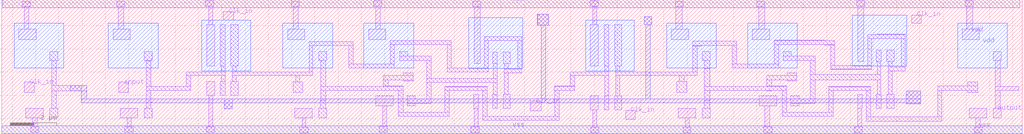
<source format=lef>
VERSION 5.7 ;
  NOWIREEXTENSIONATPIN ON ;
  DIVIDERCHAR "/" ;
  BUSBITCHARS "[]" ;
MACRO D_FlipFlop_PosEdge
  CLASS BLOCK ;
  FOREIGN D_FlipFlop_PosEdge ;
  ORIGIN 9.450 1.650 ;
  SIZE 43.860 BY 5.780 ;
  PIN vdd
    ANTENNADIFFAREA 15.669000 ;
    PORT
      LAYER nwell ;
        RECT 27.100 3.450 28.270 3.460 ;
        RECT -8.920 1.180 -6.780 3.120 ;
        RECT -4.870 1.180 -2.730 3.120 ;
        RECT -0.850 1.060 1.240 3.240 ;
        RECT 2.630 1.180 4.770 3.120 ;
        RECT 6.110 1.180 8.250 3.120 ;
        RECT 10.610 1.170 12.940 3.350 ;
        RECT 15.640 1.060 17.730 3.240 ;
        RECT 19.120 1.180 21.260 3.120 ;
        RECT 22.600 1.180 24.740 3.120 ;
        RECT 27.100 1.270 29.430 3.450 ;
        RECT 31.620 1.180 33.760 3.120 ;
      LAYER li1 ;
        RECT -8.570 3.830 -8.220 4.070 ;
        RECT -4.520 3.830 -4.170 4.070 ;
        RECT -0.700 3.850 -0.350 4.090 ;
        RECT -8.490 2.850 -8.300 3.830 ;
        RECT -4.450 2.850 -4.210 3.830 ;
        RECT -0.550 3.060 -0.380 3.850 ;
        RECT 2.990 3.820 3.340 4.060 ;
        RECT 6.530 3.840 6.880 4.080 ;
        RECT -8.720 2.400 -7.980 2.850 ;
        RECT -4.670 2.400 -3.930 2.850 ;
        RECT -0.650 1.260 -0.300 3.060 ;
        RECT 3.080 2.850 3.290 3.820 ;
        RECT 6.620 2.850 6.820 3.840 ;
        RECT 10.790 3.830 11.140 4.070 ;
        RECT 15.830 3.850 16.180 4.090 ;
        RECT 2.830 2.400 3.570 2.850 ;
        RECT 6.310 2.400 7.050 2.850 ;
        RECT 10.850 1.370 11.100 3.830 ;
        RECT 15.940 3.820 16.120 3.850 ;
        RECT 19.480 3.830 19.830 4.070 ;
        RECT 22.990 3.830 23.340 4.070 ;
        RECT 27.280 3.850 27.630 4.090 ;
        RECT 15.940 3.060 16.110 3.820 ;
        RECT 15.840 1.260 16.190 3.060 ;
        RECT 19.520 2.850 19.780 3.830 ;
        RECT 23.080 2.850 23.330 3.830 ;
        RECT 19.320 2.400 20.060 2.850 ;
        RECT 22.800 2.400 23.540 2.850 ;
        RECT 27.340 1.470 27.590 3.850 ;
        RECT 31.950 3.840 32.300 4.080 ;
        RECT 32.020 2.850 32.280 3.840 ;
        RECT 31.820 2.400 32.560 2.850 ;
      LAYER met1 ;
        RECT -9.420 3.780 34.290 4.130 ;
    END
  END vdd
  PIN input
    ANTENNAGATEAREA 0.265500 ;
    PORT
      LAYER li1 ;
        RECT -4.430 0.120 -4.010 0.590 ;
    END
  END input
  PIN output
    ANTENNADIFFAREA 0.708000 ;
    PORT
      LAYER li1 ;
        RECT 33.150 1.500 33.500 1.900 ;
        RECT 33.240 0.390 33.450 1.500 ;
        RECT 33.240 0.210 34.260 0.390 ;
        RECT 33.240 -0.550 33.450 0.210 ;
        RECT 33.150 -0.970 33.500 -0.550 ;
    END
  END output
  PIN Clk_in
    ANTENNAGATEAREA 0.265500 ;
    PORT
      LAYER li1 ;
        RECT -8.480 0.120 -8.060 0.590 ;
    END
    PORT
      LAYER li1 ;
        RECT 0.060 3.240 0.520 3.610 ;
    END
    PORT
      LAYER li1 ;
        RECT 13.260 -0.660 13.730 -0.240 ;
    END
    PORT
      LAYER li1 ;
        RECT 17.360 -1.030 17.760 -0.650 ;
    END
    PORT
      LAYER li1 ;
        RECT 29.650 3.120 30.050 3.450 ;
    END
  END Clk_in
  PIN vss
    ANTENNADIFFAREA 4.012200 ;
    PORT
      LAYER li1 ;
        RECT -0.650 0.010 -0.300 0.610 ;
        RECT -8.420 -0.970 -7.670 -0.550 ;
        RECT -4.370 -0.970 -3.620 -0.550 ;
        RECT -8.150 -1.360 -7.920 -0.970 ;
        RECT -4.070 -1.360 -3.890 -0.970 ;
        RECT -0.550 -1.360 -0.380 0.010 ;
        RECT 6.610 -0.450 7.360 -0.030 ;
        RECT 3.130 -0.970 3.880 -0.550 ;
        RECT -8.210 -1.600 -7.860 -1.360 ;
        RECT -4.160 -1.600 -3.810 -1.360 ;
        RECT -0.660 -1.600 -0.310 -1.360 ;
        RECT 3.450 -1.370 3.620 -0.970 ;
        RECT 6.910 -1.340 7.080 -0.450 ;
        RECT 10.840 -0.550 11.040 0.050 ;
        RECT 3.360 -1.610 3.710 -1.370 ;
        RECT 6.770 -1.580 7.120 -1.340 ;
        RECT 10.850 -1.350 11.020 -0.550 ;
        RECT 15.840 -0.620 16.190 -0.020 ;
        RECT 23.100 -0.450 23.850 -0.030 ;
        RECT 10.690 -1.620 11.060 -1.350 ;
        RECT 15.940 -1.370 16.110 -0.620 ;
        RECT 19.620 -0.970 20.370 -0.550 ;
        RECT 19.920 -1.370 20.100 -0.970 ;
        RECT 23.330 -1.350 23.560 -0.450 ;
        RECT 27.330 -0.550 27.530 0.050 ;
        RECT 27.340 -1.350 27.510 -0.550 ;
        RECT 32.120 -0.970 32.870 -0.550 ;
        RECT 15.850 -1.610 16.200 -1.370 ;
        RECT 19.830 -1.610 20.160 -1.370 ;
        RECT 23.300 -1.620 23.650 -1.350 ;
        RECT 27.180 -1.620 27.530 -1.350 ;
        RECT 32.410 -1.380 32.600 -0.970 ;
        RECT 32.330 -1.620 32.680 -1.380 ;
      LAYER met1 ;
        RECT -9.450 -1.650 34.410 -1.310 ;
    END
  END vss
  OBS
      LAYER li1 ;
        RECT -7.390 1.500 -7.040 1.900 ;
        RECT -3.340 1.500 -2.990 1.900 ;
        RECT -7.300 0.440 -7.120 1.500 ;
        RECT -3.240 1.490 -3.020 1.500 ;
        RECT -7.300 0.190 -6.040 0.440 ;
        RECT -3.240 0.390 -3.060 1.490 ;
        RECT -0.060 1.260 0.150 3.060 ;
        RECT 0.390 1.260 0.700 3.060 ;
        RECT 13.570 3.030 14.060 3.510 ;
        RECT 11.690 2.530 12.890 2.540 ;
        RECT 3.750 2.140 5.650 2.310 ;
        RECT -0.030 1.020 0.140 1.260 ;
        RECT -1.520 0.850 0.140 1.020 ;
        RECT -1.520 0.390 -1.330 0.850 ;
        RECT -0.030 0.610 0.140 0.850 ;
        RECT 0.450 1.020 0.620 1.260 ;
        RECT 3.750 1.020 3.920 2.140 ;
        RECT 4.160 1.500 4.510 1.900 ;
        RECT 0.450 0.850 3.920 1.020 ;
        RECT 0.450 0.610 0.620 0.850 ;
        RECT -3.240 0.210 -1.330 0.390 ;
        RECT -7.300 -0.550 -7.120 0.190 ;
        RECT -3.240 -0.550 -3.060 0.210 ;
        RECT -0.060 0.010 0.150 0.610 ;
        RECT 0.390 0.010 0.700 0.610 ;
        RECT 3.190 0.590 3.360 0.850 ;
        RECT 3.070 0.120 3.490 0.590 ;
        RECT 4.250 0.390 4.480 1.500 ;
        RECT 5.450 1.360 5.650 2.140 ;
        RECT 7.250 2.200 9.860 2.370 ;
        RECT 7.250 1.360 7.420 2.200 ;
        RECT 7.640 1.700 7.990 1.900 ;
        RECT 7.640 1.500 9.010 1.700 ;
        RECT 5.450 1.180 7.420 1.360 ;
        RECT 7.810 0.870 8.230 0.970 ;
        RECT 6.940 0.660 8.230 0.870 ;
        RECT 6.940 0.400 7.150 0.660 ;
        RECT 7.810 0.620 8.230 0.660 ;
        RECT 8.800 0.730 9.010 1.500 ;
        RECT 9.680 1.190 9.860 2.200 ;
        RECT 11.280 2.360 12.890 2.530 ;
        RECT 11.280 1.190 11.450 2.360 ;
        RECT 11.640 1.370 11.850 1.860 ;
        RECT 12.090 1.370 12.400 1.860 ;
        RECT 9.680 1.020 11.450 1.190 ;
        RECT 11.670 0.730 11.840 1.370 ;
        RECT 8.800 0.560 11.840 0.730 ;
        RECT 6.940 0.390 7.800 0.400 ;
        RECT 4.250 0.210 7.800 0.390 ;
        RECT -7.390 -0.970 -7.040 -0.550 ;
        RECT -3.340 -0.970 -2.990 -0.550 ;
        RECT 0.100 -0.580 0.450 -0.160 ;
        RECT 4.250 -0.210 4.480 0.210 ;
        RECT 4.240 -0.550 4.480 -0.210 ;
        RECT 4.160 -0.970 4.510 -0.550 ;
        RECT 7.590 -0.730 7.800 0.210 ;
        RECT 7.970 -0.150 8.320 -0.030 ;
        RECT 8.800 -0.150 9.010 0.560 ;
        RECT 9.600 0.360 11.400 0.390 ;
        RECT 7.970 -0.350 9.010 -0.150 ;
        RECT 9.590 0.220 11.400 0.360 ;
        RECT 7.970 -0.450 8.320 -0.350 ;
        RECT 9.590 -0.730 9.780 0.220 ;
        RECT 7.590 -0.910 9.780 -0.730 ;
        RECT 11.210 -0.910 11.400 0.220 ;
        RECT 11.670 0.050 11.840 0.560 ;
        RECT 12.150 1.130 12.320 1.370 ;
        RECT 12.720 1.130 12.890 2.360 ;
        RECT 16.430 1.260 16.640 3.060 ;
        RECT 16.880 1.260 17.190 3.060 ;
        RECT 18.150 3.050 18.480 3.390 ;
        RECT 28.180 2.630 29.380 2.640 ;
        RECT 27.770 2.460 29.380 2.630 ;
        RECT 23.740 2.370 25.910 2.380 ;
        RECT 21.940 2.340 22.140 2.350 ;
        RECT 20.240 2.140 22.140 2.340 ;
        RECT 20.240 2.130 20.630 2.140 ;
        RECT 12.150 0.960 12.890 1.130 ;
        RECT 16.460 1.020 16.630 1.260 ;
        RECT 12.150 0.050 12.320 0.960 ;
        RECT 14.970 0.850 16.630 1.020 ;
        RECT 14.970 0.410 15.160 0.850 ;
        RECT 14.310 0.390 15.160 0.410 ;
        RECT 14.290 0.210 15.160 0.390 ;
        RECT 11.640 -0.550 11.850 0.050 ;
        RECT 12.090 -0.550 12.400 0.050 ;
        RECT 14.300 -0.910 14.510 0.210 ;
        RECT 16.460 -0.020 16.630 0.850 ;
        RECT 16.940 1.020 17.110 1.260 ;
        RECT 20.240 1.020 20.440 2.130 ;
        RECT 20.650 1.500 21.000 1.900 ;
        RECT 20.730 1.170 20.970 1.500 ;
        RECT 21.940 1.360 22.140 2.140 ;
        RECT 23.740 2.200 26.350 2.370 ;
        RECT 23.740 1.360 23.940 2.200 ;
        RECT 25.910 2.180 26.350 2.200 ;
        RECT 24.130 1.700 24.480 1.900 ;
        RECT 24.130 1.500 25.500 1.700 ;
        RECT 21.940 1.180 23.940 1.360 ;
        RECT 16.940 0.850 20.440 1.020 ;
        RECT 16.940 -0.020 17.110 0.850 ;
        RECT 19.660 0.600 19.870 0.850 ;
        RECT 19.560 0.120 19.980 0.600 ;
        RECT 20.740 0.390 20.970 1.170 ;
        RECT 24.300 0.870 24.720 0.970 ;
        RECT 23.430 0.660 24.720 0.870 ;
        RECT 23.430 0.400 23.640 0.660 ;
        RECT 24.300 0.620 24.720 0.660 ;
        RECT 25.290 0.910 25.500 1.500 ;
        RECT 26.170 1.290 26.350 2.180 ;
        RECT 27.770 1.290 27.940 2.460 ;
        RECT 28.130 1.470 28.340 1.960 ;
        RECT 28.580 1.470 28.890 1.960 ;
        RECT 26.170 1.130 27.940 1.290 ;
        RECT 26.180 1.120 27.940 1.130 ;
        RECT 28.160 0.910 28.330 1.470 ;
        RECT 25.290 0.660 28.330 0.910 ;
        RECT 23.430 0.390 24.290 0.400 ;
        RECT 20.740 0.210 24.290 0.390 ;
        RECT 16.430 -0.620 16.640 -0.020 ;
        RECT 16.880 -0.620 17.190 -0.020 ;
        RECT 20.740 -0.210 20.970 0.210 ;
        RECT 23.430 0.190 23.640 0.210 ;
        RECT 20.730 -0.550 20.970 -0.210 ;
        RECT 11.210 -1.080 14.510 -0.910 ;
        RECT 20.650 -0.970 21.000 -0.550 ;
        RECT 24.080 -0.730 24.290 0.210 ;
        RECT 24.460 -0.150 24.810 -0.030 ;
        RECT 25.290 -0.150 25.500 0.660 ;
        RECT 26.090 0.360 27.890 0.390 ;
        RECT 24.460 -0.350 25.500 -0.150 ;
        RECT 26.080 0.220 27.890 0.360 ;
        RECT 24.460 -0.450 24.810 -0.350 ;
        RECT 26.080 -0.730 26.270 0.220 ;
        RECT 24.080 -0.910 26.270 -0.730 ;
        RECT 27.700 -0.920 27.890 0.220 ;
        RECT 28.160 0.050 28.330 0.660 ;
        RECT 28.640 1.230 28.810 1.470 ;
        RECT 29.210 1.230 29.380 2.460 ;
        RECT 28.640 1.060 29.380 1.230 ;
        RECT 28.640 0.050 28.810 1.060 ;
        RECT 32.060 0.410 32.480 0.590 ;
        RECT 30.770 0.210 32.480 0.410 ;
        RECT 28.130 -0.550 28.340 0.050 ;
        RECT 28.580 -0.550 28.890 0.050 ;
        RECT 29.420 -0.370 30.040 0.200 ;
        RECT 30.770 -0.920 30.950 0.210 ;
        RECT 32.060 0.120 32.480 0.210 ;
        RECT 27.700 -1.110 30.950 -0.920 ;
      LAYER met1 ;
        RECT 13.560 3.030 14.060 3.510 ;
        RECT 18.150 3.050 18.480 3.390 ;
        RECT -6.500 0.190 -5.800 0.440 ;
        RECT -6.040 -0.160 -5.800 0.190 ;
        RECT 13.720 -0.160 13.920 3.030 ;
        RECT 18.220 -0.160 18.410 3.050 ;
        RECT 29.420 -0.160 30.040 0.200 ;
        RECT -6.040 -0.330 30.040 -0.160 ;
        RECT 0.100 -0.580 0.450 -0.330 ;
        RECT 29.420 -0.370 30.040 -0.330 ;
  END
END D_FlipFlop_PosEdge
END LIBRARY


</source>
